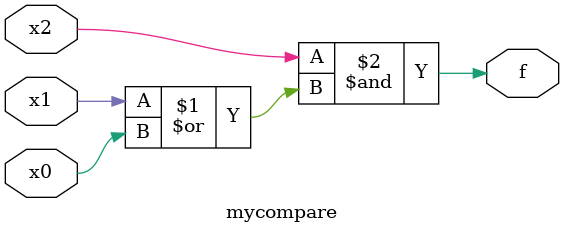
<source format=v>
module mycompare (x2, x1, x0, f);
    input x2, x1, x0;
    output f;
    assign f = x2 & (x1 | x0);
endmodule
</source>
